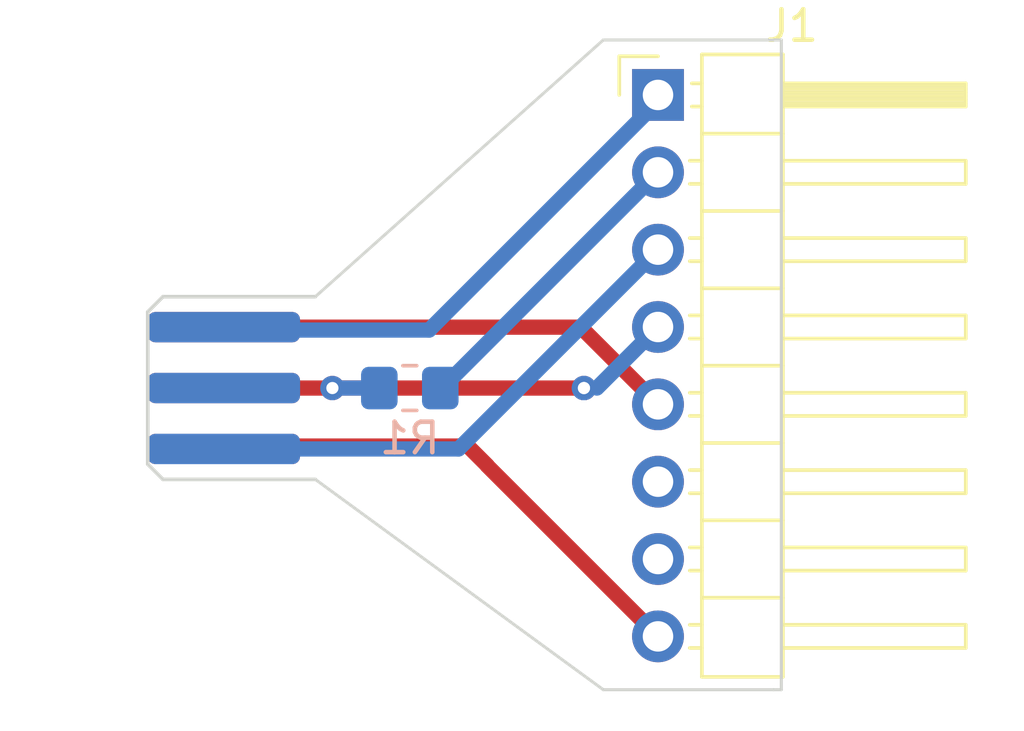
<source format=kicad_pcb>
(kicad_pcb (version 20211014) (generator pcbnew)
  (layers (0 "F.Cu" signal) (31 "B.Cu" signal) (34 "B.Paste" user) (35 "F.Paste" user) (36 "B.SilkS" user "B.Silkscreen") (37 "F.SilkS" user "F.Silkscreen") (38 "B.Mask" user) (39 "F.Mask" user) (44 "Edge.Cuts" user))
  (net 0 "")
  (net 1 "GND")
  (net 2 "Net-(J1-Pad2)")
  (net 3 "Sout")
  (net 4 "Sin")
  (net 5 "Sck")
  (net 8 "Vcc")
  (footprint "GameBoy:GameBoy_Link_Edge" (layer "F.Cu") (at 141.26 97.83 -90)
    (fp_text reference "U1")
    (fp_text value "GameBoy_Link")
    (fp_line (start -0.5 -5.5) (end -0.5 -0.5) (layer "Edge.Cuts") (width 0.12))
    (fp_line (start 0 0) (end 5 0) (layer "Edge.Cuts") (width 0.12))
    (fp_line (start -0.5 -0.5) (end 0 0) (layer "Edge.Cuts") (width 0.12))
    (fp_line (start 5.5 -0.5) (end 5.5 -5.5) (layer "Edge.Cuts") (width 0.12))
    (fp_line (start 5 0) (end 5.5 -0.5) (layer "Edge.Cuts") (width 0.12))
    (pad "1" smd roundrect (at 4.5 -2.5 270) (size 1 5) (layers "F.Cu" "F.Paste" "F.Mask") (net 8 "Vcc"))
    (pad "2" smd roundrect (at 4.5 -2.5 270) (size 1 5) (layers "B.Cu" "B.Paste" "B.Mask") (net 3 "Sout"))
    (pad "3" smd roundrect (at 2.5 -2.5 270) (size 1 5) (layers "F.Cu" "F.Paste" "F.Mask") (net 4 "Sin"))
    (pad "4" smd roundrect (at 2.5 -2.5 270) (size 1 5) (layers "B.Cu" "B.Paste" "B.Mask"))
    (pad "5" smd roundrect (at 0.5 -2.5 270) (size 1 5) (layers "F.Cu" "F.Paste" "F.Mask") (net 5 "Sck"))
    (pad "6" smd roundrect (at 0.5 -2.5 270) (size 1 5) (layers "B.Cu" "B.Paste" "B.Mask") (net 1 "GND"))
  )
  (footprint "Connector_PinHeader_2.54mm:PinHeader_1x08_P2.54mm_Horizontal" (layer "F.Cu") (at 158.005 90.705)
    (fp_text reference "J1" (at 4.385 -2.27) (layer "F.SilkS"))
    (fp_text value "M5StickC Connector")
    (fp_line (start -1.27 0) (end -1.27 -1.27) (layer "F.SilkS") (width 0.12))
    (fp_line (start 1.11 0.38) (end 1.44 0.38) (layer "F.SilkS") (width 0.12))
    (fp_line (start 10.1 12.32) (end 10.1 13.08) (layer "F.SilkS") (width 0.12))
    (fp_line (start 1.042929 8) (end 1.44 8) (layer "F.SilkS") (width 0.12))
    (fp_line (start 1.042929 2.92) (end 1.44 2.92) (layer "F.SilkS") (width 0.12))
    (fp_line (start 10.1 7.24) (end 10.1 8) (layer "F.SilkS") (width 0.12))
    (fp_line (start 1.11 -0.38) (end 1.44 -0.38) (layer "F.SilkS") (width 0.12))
    (fp_line (start 1.44 19.11) (end 4.1 19.11) (layer "F.SilkS") (width 0.12))
    (fp_line (start 1.042929 13.08) (end 1.44 13.08) (layer "F.SilkS") (width 0.12))
    (fp_line (start 10.1 17.4) (end 10.1 18.16) (layer "F.SilkS") (width 0.12))
    (fp_line (start 4.1 0.04) (end 10.1 0.04) (layer "F.SilkS") (width 0.12))
    (fp_line (start 1.042929 9.78) (end 1.44 9.78) (layer "F.SilkS") (width 0.12))
    (fp_line (start 1.042929 10.54) (end 1.44 10.54) (layer "F.SilkS") (width 0.12))
    (fp_line (start 4.1 4.7) (end 10.1 4.7) (layer "F.SilkS") (width 0.12))
    (fp_line (start 1.042929 7.24) (end 1.44 7.24) (layer "F.SilkS") (width 0.12))
    (fp_line (start 10.1 5.46) (end 4.1 5.46) (layer "F.SilkS") (width 0.12))
    (fp_line (start 10.1 4.7) (end 10.1 5.46) (layer "F.SilkS") (width 0.12))
    (fp_line (start 4.1 7.24) (end 10.1 7.24) (layer "F.SilkS") (width 0.12))
    (fp_line (start 10.1 9.78) (end 10.1 10.54) (layer "F.SilkS") (width 0.12))
    (fp_line (start 10.1 14.86) (end 10.1 15.62) (layer "F.SilkS") (width 0.12))
    (fp_line (start 1.042929 17.4) (end 1.44 17.4) (layer "F.SilkS") (width 0.12))
    (fp_line (start 1.44 1.27) (end 4.1 1.27) (layer "F.SilkS") (width 0.12))
    (fp_line (start 1.042929 18.16) (end 1.44 18.16) (layer "F.SilkS") (width 0.12))
    (fp_line (start 4.1 -0.38) (end 10.1 -0.38) (layer "F.SilkS") (width 0.12))
    (fp_line (start 4.1 0.16) (end 10.1 0.16) (layer "F.SilkS") (width 0.12))
    (fp_line (start 10.1 8) (end 4.1 8) (layer "F.SilkS") (width 0.12))
    (fp_line (start 10.1 10.54) (end 4.1 10.54) (layer "F.SilkS") (width 0.12))
    (fp_line (start 1.44 13.97) (end 4.1 13.97) (layer "F.SilkS") (width 0.12))
    (fp_line (start 1.042929 14.86) (end 1.44 14.86) (layer "F.SilkS") (width 0.12))
    (fp_line (start 10.1 13.08) (end 4.1 13.08) (layer "F.SilkS") (width 0.12))
    (fp_line (start 1.44 3.81) (end 4.1 3.81) (layer "F.SilkS") (width 0.12))
    (fp_line (start 10.1 2.16) (end 10.1 2.92) (layer "F.SilkS") (width 0.12))
    (fp_line (start 1.042929 5.46) (end 1.44 5.46) (layer "F.SilkS") (width 0.12))
    (fp_line (start 4.1 -1.33) (end 1.44 -1.33) (layer "F.SilkS") (width 0.12))
    (fp_line (start 10.1 2.92) (end 4.1 2.92) (layer "F.SilkS") (width 0.12))
    (fp_line (start 4.1 -0.2) (end 10.1 -0.2) (layer "F.SilkS") (width 0.12))
    (fp_line (start 10.1 15.62) (end 4.1 15.62) (layer "F.SilkS") (width 0.12))
    (fp_line (start 1.44 -1.33) (end 1.44 19.11) (layer "F.SilkS") (width 0.12))
    (fp_line (start 4.1 2.16) (end 10.1 2.16) (layer "F.SilkS") (width 0.12))
    (fp_line (start 10.1 0.38) (end 4.1 0.38) (layer "F.SilkS") (width 0.12))
    (fp_line (start 1.042929 15.62) (end 1.44 15.62) (layer "F.SilkS") (width 0.12))
    (fp_line (start 10.1 18.16) (end 4.1 18.16) (layer "F.SilkS") (width 0.12))
    (fp_line (start 1.042929 12.32) (end 1.44 12.32) (layer "F.SilkS") (width 0.12))
    (fp_line (start 1.44 16.51) (end 4.1 16.51) (layer "F.SilkS") (width 0.12))
    (fp_line (start -1.27 -1.27) (end 0 -1.27) (layer "F.SilkS") (width 0.12))
    (fp_line (start 4.1 17.4) (end 10.1 17.4) (layer "F.SilkS") (width 0.12))
    (fp_line (start 4.1 19.11) (end 4.1 -1.33) (layer "F.SilkS") (width 0.12))
    (fp_line (start 4.1 9.78) (end 10.1 9.78) (layer "F.SilkS") (width 0.12))
    (fp_line (start 1.44 6.35) (end 4.1 6.35) (layer "F.SilkS") (width 0.12))
    (fp_line (start 4.1 12.32) (end 10.1 12.32) (layer "F.SilkS") (width 0.12))
    (fp_line (start 1.042929 4.7) (end 1.44 4.7) (layer "F.SilkS") (width 0.12))
    (fp_line (start 1.042929 2.16) (end 1.44 2.16) (layer "F.SilkS") (width 0.12))
    (fp_line (start 10.1 -0.38) (end 10.1 0.38) (layer "F.SilkS") (width 0.12))
    (fp_line (start 1.44 11.43) (end 4.1 11.43) (layer "F.SilkS") (width 0.12))
    (fp_line (start 4.1 0.28) (end 10.1 0.28) (layer "F.SilkS") (width 0.12))
    (fp_line (start 4.1 -0.08) (end 10.1 -0.08) (layer "F.SilkS") (width 0.12))
    (fp_line (start 4.1 14.86) (end 10.1 14.86) (layer "F.SilkS") (width 0.12))
    (fp_line (start 1.44 8.89) (end 4.1 8.89) (layer "F.SilkS") (width 0.12))
    (fp_line (start 4.1 -0.32) (end 10.1 -0.32) (layer "F.SilkS") (width 0.12))
    (pad "1" thru_hole rect (at 0 0) (size 1.7 1.7) (drill 1) (layers *.Cu *.Mask) (net 1 "GND"))
    (pad "2" thru_hole oval (at 0 2.54) (size 1.7 1.7) (drill 1) (layers *.Cu *.Mask) (net 2 "Net-(J1-Pad2)"))
    (pad "3" thru_hole oval (at 0 5.08) (size 1.7 1.7) (drill 1) (layers *.Cu *.Mask) (net 3 "Sout"))
    (pad "4" thru_hole oval (at 0 7.62) (size 1.7 1.7) (drill 1) (layers *.Cu *.Mask) (net 4 "Sin"))
    (pad "5" thru_hole oval (at 0 10.16) (size 1.7 1.7) (drill 1) (layers *.Cu *.Mask) (net 5 "Sck"))
    (pad "6" thru_hole oval (at 0 12.7) (size 1.7 1.7) (drill 1) (layers *.Cu *.Mask))
    (pad "7" thru_hole oval (at 0 15.24) (size 1.7 1.7) (drill 1) (layers *.Cu *.Mask))
    (pad "8" thru_hole oval (at 0 17.78) (size 1.7 1.7) (drill 1) (layers *.Cu *.Mask) (net 8 "Vcc"))
  )
  (footprint "Resistor_SMD:R_0805_2012Metric_Pad1.20x1.40mm_HandSolder" (layer "B.Cu") (at 149.86 100.33)
    (fp_text reference "R1" (at 0 1.65) (layer "B.SilkS") (effects (justify mirror)))
    (fp_text value "50k")
    (fp_line (start -0.227064 0.735) (end 0.227064 0.735) (layer "B.SilkS") (width 0.12))
    (fp_line (start -0.227064 -0.735) (end 0.227064 -0.735) (layer "B.SilkS") (width 0.12))
    (pad "1" smd roundrect (at -1 0) (size 1.2 1.4) (layers "B.Cu" "B.Paste" "B.Mask") (roundrect_rratio 0.208333) (net 4 "Sin"))
    (pad "2" smd roundrect (at 1 0) (size 1.2 1.4) (layers "B.Cu" "B.Paste" "B.Mask") (roundrect_rratio 0.208333) (net 2 "Net-(J1-Pad2)"))
  )
  (gr_line (start 161.798 110.236) (end 162.052 110.236) (layer "Edge.Cuts") (width 0.1))
  (gr_line (start 146.76 103.33) (end 156.21 110.236) (layer "Edge.Cuts") (width 0.1))
  (gr_line (start 156.21 88.9) (end 146.76 97.33) (layer "Edge.Cuts") (width 0.1))
  (gr_line (start 156.21 110.236) (end 161.798 110.236) (layer "Edge.Cuts") (width 0.1))
  (gr_line (start 162.052 88.9) (end 156.21 88.9) (layer "Edge.Cuts") (width 0.1))
  (gr_line (start 162.052 110.236) (end 162.052 88.9) (layer "Edge.Cuts") (width 0.1))
  (segment (start 150.495 98.425) (end 143.855 98.425) (width 0.5) (layer "B.Cu") (net 1))
  (segment (start 158.005 90.705) (end 158.005 90.915) (width 0.25) (layer "B.Cu") (net 1))
  (segment (start 143.855 98.425) (end 143.76 98.33) (width 0.25) (layer "B.Cu") (net 1))
  (segment (start 158.005 90.915) (end 150.495 98.425) (width 0.5) (layer "B.Cu") (net 1))
  (segment (start 158.005 93.245) (end 150.92 100.33) (width 0.5) (layer "B.Cu") (net 2))
  (segment (start 150.92 100.33) (end 150.86 100.33) (width 0.25) (layer "B.Cu") (net 2))
  (segment (start 158.005 95.785) (end 151.46 102.33) (width 0.5) (layer "B.Cu") (net 3))
  (segment (start 151.46 102.33) (end 143.76 102.33) (width 0.5) (layer "B.Cu") (net 3))
  (segment (start 155.575 100.33) (end 147.32 100.33) (width 0.5) (layer "F.Cu") (net 4))
  (segment (start 147.32 100.33) (end 143.76 100.33) (width 0.5) (layer "F.Cu") (net 4))
  (via (at 155.575 100.33) (size 0.8) (drill 0.4) (layers "F.Cu" "B.Cu") (net 4))
  (via (at 155.575 100.33) (size 0.8) (drill 0.4) (layers "F.Cu" "B.Cu") (net 4))
  (via (at 147.32 100.33) (size 0.8) (drill 0.4) (layers "F.Cu" "B.Cu") (net 4))
  (segment (start 147.32 100.33) (end 148.86 100.33) (width 0.5) (layer "B.Cu") (net 4))
  (segment (start 158.005 98.325) (end 156 100.33) (width 0.5) (layer "B.Cu") (net 4))
  (segment (start 156 100.33) (end 155.575 100.33) (width 0.25) (layer "B.Cu") (net 4))
  (segment (start 158.005 100.865) (end 155.47 98.33) (width 0.5) (layer "F.Cu") (net 5))
  (segment (start 155.47 98.33) (end 143.76 98.33) (width 0.5) (layer "F.Cu") (net 5))
  (segment (start 143.855 102.235) (end 143.76 102.33) (width 0.25) (layer "F.Cu") (net 8))
  (segment (start 152.4 102.87) (end 151.765 102.235) (width 0.5) (layer "F.Cu") (net 8))
  (segment (start 158.005 108.485) (end 152.4 102.88) (width 0.5) (layer "F.Cu") (net 8))
  (segment (start 152.4 102.88) (end 152.4 102.87) (width 0.25) (layer "F.Cu") (net 8))
  (segment (start 151.765 102.235) (end 143.855 102.235) (width 0.5) (layer "F.Cu") (net 8))
)
</source>
